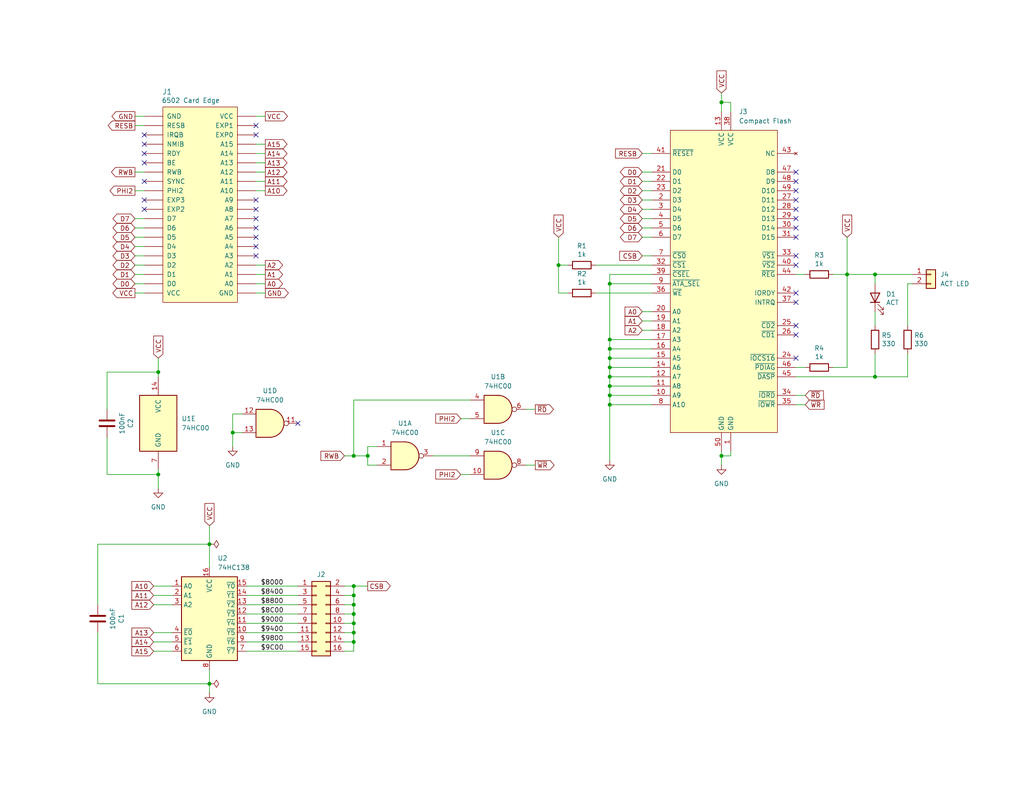
<source format=kicad_sch>
(kicad_sch (version 20250114) (generator "eeschema") (generator_version "9.0")
  (paper "USLetter")
  (title_block (title "6502 Storage Card") (date "2024-06-21") (rev "1.0") (company "A.C. Wright Design"))
  (lib_symbols
    (symbol "6502 Parts:6502 Card Edge" (pin_names (offset 1.016)) (in_bom no)
      (property "Reference" "J" (at -10.16 28.448 0))
      (property "Value" "6502 Card Edge" (at -5.588 26.924 0))
      (symbol "6502 Card Edge_1_0"
        (rectangle (start -10.16 25.4) (end 10.16 -27.94) (fill (type background)))
        (pin power_in line (at -15.24 22.86 0) (length 5.08) (name "GND") (number "GND"))
        (pin bidirectional line (at -15.24 20.32 0) (length 5.08) (name "RESB") (number "RESB"))
        (pin bidirectional line (at -15.24 17.78 0) (length 5.08) (name "IRQB") (number "IRQB"))
        (pin bidirectional line (at -15.24 15.24 0) (length 5.08) (name "NMIB") (number "NMIB"))
        (pin bidirectional line (at -15.24 12.7 0) (length 5.08) (name "RDY") (number "RDY"))
        (pin bidirectional line (at -15.24 10.16 0) (length 5.08) (name "BE") (number "BE"))
        (pin bidirectional line (at -15.24 7.62 0) (length 5.08) (name "RWB") (number "RWB"))
        (pin bidirectional line (at -15.24 5.08 0) (length 5.08) (name "SYNC") (number "SYNC"))
        (pin bidirectional line (at -15.24 2.54 0) (length 5.08) (name "PHI2") (number "PHI2"))
        (pin bidirectional line (at -15.24 0 0) (length 5.08) (name "EXP3") (number "EXP3"))
        (pin bidirectional line (at -15.24 -2.54 0) (length 5.08) (name "EXP2") (number "EXP2"))
        (pin bidirectional line (at -15.24 -5.08 0) (length 5.08) (name "D7") (number "D7"))
        (pin bidirectional line (at -15.24 -7.62 0) (length 5.08) (name "D6") (number "D6"))
        (pin bidirectional line (at -15.24 -10.16 0) (length 5.08) (name "D5") (number "D5"))
        (pin bidirectional line (at -15.24 -12.7 0) (length 5.08) (name "D4") (number "D4"))
        (pin bidirectional line (at -15.24 -15.24 0) (length 5.08) (name "D3") (number "D3"))
        (pin bidirectional line (at -15.24 -17.78 0) (length 5.08) (name "D2") (number "D2"))
        (pin bidirectional line (at -15.24 -20.32 0) (length 5.08) (name "D1") (number "D1"))
        (pin bidirectional line (at -15.24 -22.86 0) (length 5.08) (name "D0") (number "D0"))
        (pin power_in line (at -15.24 -25.4 0) (length 5.08) (name "VCC") (number "VCC"))
        (pin power_in line (at 15.24 22.86 180) (length 5.08) (name "VCC") (number "VCC"))
        (pin bidirectional line (at 15.24 20.32 180) (length 5.08) (name "EXP1") (number "EXP1"))
        (pin bidirectional line (at 15.24 17.78 180) (length 5.08) (name "EXP0") (number "EXP0"))
        (pin bidirectional line (at 15.24 15.24 180) (length 5.08) (name "A15") (number "A15"))
        (pin bidirectional line (at 15.24 12.7 180) (length 5.08) (name "A14") (number "A14"))
        (pin bidirectional line (at 15.24 10.16 180) (length 5.08) (name "A13") (number "A13"))
        (pin bidirectional line (at 15.24 7.62 180) (length 5.08) (name "A12") (number "A12"))
        (pin bidirectional line (at 15.24 5.08 180) (length 5.08) (name "A11") (number "A11"))
        (pin bidirectional line (at 15.24 2.54 180) (length 5.08) (name "A10") (number "A10"))
        (pin bidirectional line (at 15.24 0 180) (length 5.08) (name "A9") (number "A9"))
        (pin bidirectional line (at 15.24 -2.54 180) (length 5.08) (name "A8") (number "A8"))
        (pin bidirectional line (at 15.24 -5.08 180) (length 5.08) (name "A7") (number "A7"))
        (pin bidirectional line (at 15.24 -7.62 180) (length 5.08) (name "A6") (number "A6"))
        (pin bidirectional line (at 15.24 -10.16 180) (length 5.08) (name "A5") (number "A5"))
        (pin bidirectional line (at 15.24 -12.7 180) (length 5.08) (name "A4") (number "A4"))
        (pin bidirectional line (at 15.24 -15.24 180) (length 5.08) (name "A3") (number "A3"))
        (pin bidirectional line (at 15.24 -17.78 180) (length 5.08) (name "A2") (number "A2"))
        (pin bidirectional line (at 15.24 -20.32 180) (length 5.08) (name "A1") (number "A1"))
        (pin bidirectional line (at 15.24 -22.86 180) (length 5.08) (name "A0") (number "A0"))
        (pin power_in line (at 15.24 -25.4 180) (length 5.08) (name "GND") (number "GND"))
      )
    )
    (symbol "6502 Parts:Compact Flash"
      (property "Reference" "J" (at 4.572 42.926 0))
      (property "Value" "Compact Flash" (at 11.176 40.894 0))
      (symbol "Compact Flash_1_0"
        (pin input line (at -20.32 33.02 0) (length 5.08) (name "~{RESET}") (number "41"))
        (pin bidirectional line (at -20.32 27.94 0) (length 5.08) (name "D0") (number "21"))
        (pin bidirectional line (at -20.32 25.4 0) (length 5.08) (name "D1") (number "22"))
        (pin bidirectional line (at -20.32 22.86 0) (length 5.08) (name "D2") (number "23"))
        (pin bidirectional line (at -20.32 20.32 0) (length 5.08) (name "D3") (number "2"))
        (pin bidirectional line (at -20.32 17.78 0) (length 5.08) (name "D4") (number "3"))
        (pin bidirectional line (at -20.32 15.24 0) (length 5.08) (name "D5") (number "4"))
        (pin bidirectional line (at -20.32 12.7 0) (length 5.08) (name "D6") (number "5"))
        (pin bidirectional line (at -20.32 10.16 0) (length 5.08) (name "D7") (number "6"))
        (pin input line (at -20.32 5.08 0) (length 5.08) (name "~{CS0}") (number "7"))
        (pin input line (at -20.32 2.54 0) (length 5.08) (name "~{CS1}") (number "32"))
        (pin input line (at -20.32 0 0) (length 5.08) (name "~{CSEL}") (number "39"))
        (pin input line (at -20.32 -2.54 0) (length 5.08) (name "~{ATA_SEL}") (number "9"))
        (pin input line (at -20.32 -5.08 0) (length 5.08) (name "~{WE}") (number "36"))
        (pin input line (at -20.32 -10.16 0) (length 5.08) (name "A0") (number "20"))
        (pin input line (at -20.32 -12.7 0) (length 5.08) (name "A1") (number "19"))
        (pin input line (at -20.32 -15.24 0) (length 5.08) (name "A2") (number "18"))
        (pin input line (at -20.32 -17.78 0) (length 5.08) (name "A3") (number "17"))
        (pin input line (at -20.32 -20.32 0) (length 5.08) (name "A4") (number "16"))
        (pin input line (at -20.32 -22.86 0) (length 5.08) (name "A5") (number "15"))
        (pin input line (at -20.32 -25.4 0) (length 5.08) (name "A6") (number "14"))
        (pin input line (at -20.32 -27.94 0) (length 5.08) (name "A7") (number "12"))
        (pin input line (at -20.32 -30.48 0) (length 5.08) (name "A8") (number "11"))
        (pin input line (at -20.32 -33.02 0) (length 5.08) (name "A9") (number "10"))
        (pin input line (at -20.32 -35.56 0) (length 5.08) (name "A10") (number "8"))
        (pin power_in line (at -1.27 44.45 270) (length 5.08) (name "VCC") (number "13"))
        (pin power_in line (at -1.27 -48.26 90) (length 5.08) (name "GND") (number "50"))
        (pin power_in line (at 1.27 44.45 270) (length 5.08) (name "VCC") (number "38"))
        (pin power_in line (at 1.27 -48.26 90) (length 5.08) (name "GND") (number "1"))
        (pin no_connect line (at 19.05 33.02 180) (length 5.08) (name "NC") (number "43"))
        (pin bidirectional line (at 19.05 27.94 180) (length 5.08) (name "D8") (number "47"))
        (pin bidirectional line (at 19.05 25.4 180) (length 5.08) (name "D9") (number "48"))
        (pin bidirectional line (at 19.05 22.86 180) (length 5.08) (name "D10") (number "49"))
        (pin bidirectional line (at 19.05 20.32 180) (length 5.08) (name "D11") (number "27"))
        (pin bidirectional line (at 19.05 17.78 180) (length 5.08) (name "D12") (number "28"))
        (pin bidirectional line (at 19.05 15.24 180) (length 5.08) (name "D13") (number "29"))
        (pin bidirectional line (at 19.05 12.7 180) (length 5.08) (name "D14") (number "30"))
        (pin bidirectional line (at 19.05 10.16 180) (length 5.08) (name "D15") (number "31"))
        (pin output line (at 19.05 5.08 180) (length 5.08) (name "~{VS1}") (number "33"))
        (pin input line (at 19.05 2.54 180) (length 5.08) (name "~{VS2}") (number "40"))
        (pin input line (at 19.05 0 180) (length 5.08) (name "~{REG}") (number "44"))
        (pin output line (at 19.05 -5.08 180) (length 5.08) (name "IORDY") (number "42"))
        (pin output line (at 19.05 -7.62 180) (length 5.08) (name "INTRQ") (number "37"))
        (pin output line (at 19.05 -13.97 180) (length 5.08) (name "~{CD2}") (number "25"))
        (pin output line (at 19.05 -16.51 180) (length 5.08) (name "~{CD1}") (number "26"))
        (pin output line (at 19.05 -22.86 180) (length 5.08) (name "~{IOCS16}") (number "24"))
        (pin bidirectional line (at 19.05 -25.4 180) (length 5.08) (name "~{PDIAG}") (number "46"))
        (pin bidirectional line (at 19.05 -27.94 180) (length 5.08) (name "~{DASP}") (number "45"))
        (pin input line (at 19.05 -33.02 180) (length 5.08) (name "~{IORD}") (number "34"))
        (pin input line (at 19.05 -35.56 180) (length 5.08) (name "~{IOWR}") (number "35"))
      )
      (symbol "Compact Flash_1_1"
        (rectangle (start -15.24 39.37) (end 13.97 -43.18) (fill (type background)))
      )
    )
    (symbol "74xx:74HC00" (pin_names (offset 1.016))
      (property "Reference" "U" (at 0 1.27 0))
      (property "Value" "74HC00" (at 0 -1.27 0))
      (symbol "74HC00_1_1"
        (arc (start 0 3.81) (mid 3.7934 0) (end 0 -3.81) (stroke (width 0.254)) (fill (type background)))
        (polyline (pts (xy 0 3.81) (xy -3.81 3.81) (xy -3.81 -3.81) (xy 0 -3.81)) (stroke (width 0.254)) (fill (type background)))
        (pin input line (at -7.62 2.54 0) (length 3.81) (name "~") (number "1"))
        (pin input line (at -7.62 -2.54 0) (length 3.81) (name "~") (number "2"))
        (pin output inverted (at 7.62 0 180) (length 3.81) (name "~") (number "3"))
      )
      (symbol "74HC00_1_2"
        (arc (start -3.81 3.81) (mid -2.589 0) (end -3.81 -3.81) (stroke (width 0.254)))
        (polyline (pts (xy -3.81 3.81) (xy -0.635 3.81)) (stroke (width 0.254)) (fill (type background)))
        (polyline (pts (xy -3.81 -3.81) (xy -0.635 -3.81)) (stroke (width 0.254)) (fill (type background)))
        (arc (start 3.81 0) (mid 2.1855 -2.584) (end -0.6096 -3.81) (stroke (width 0.254)) (fill (type background)))
        (arc (start -0.6096 3.81) (mid 2.1928 2.5924) (end 3.81 0) (stroke (width 0.254)) (fill (type background)))
        (polyline (pts (xy -0.635 3.81) (xy -3.81 3.81) (xy -3.81 3.81) (xy -3.556 3.4036) (xy -3.0226 2.2606) (xy -2.6924 1.0414) (xy -2.6162 -0.254) (xy -2.7686 -1.4986) (xy -3.175 -2.7178) (xy -3.81 -3.81) (xy -3.81 -3.81) (xy -0.635 -3.81)) (stroke (width -25.4)) (fill (type background)))
        (pin input inverted (at -7.62 2.54 0) (length 4.318) (name "~") (number "1"))
        (pin input inverted (at -7.62 -2.54 0) (length 4.318) (name "~") (number "2"))
        (pin output line (at 7.62 0 180) (length 3.81) (name "~") (number "3"))
      )
      (symbol "74HC00_2_1"
        (arc (start 0 3.81) (mid 3.7934 0) (end 0 -3.81) (stroke (width 0.254)) (fill (type background)))
        (polyline (pts (xy 0 3.81) (xy -3.81 3.81) (xy -3.81 -3.81) (xy 0 -3.81)) (stroke (width 0.254)) (fill (type background)))
        (pin input line (at -7.62 2.54 0) (length 3.81) (name "~") (number "4"))
        (pin input line (at -7.62 -2.54 0) (length 3.81) (name "~") (number "5"))
        (pin output inverted (at 7.62 0 180) (length 3.81) (name "~") (number "6"))
      )
      (symbol "74HC00_2_2"
        (arc (start -3.81 3.81) (mid -2.589 0) (end -3.81 -3.81) (stroke (width 0.254)))
        (polyline (pts (xy -3.81 3.81) (xy -0.635 3.81)) (stroke (width 0.254)) (fill (type background)))
        (polyline (pts (xy -3.81 -3.81) (xy -0.635 -3.81)) (stroke (width 0.254)) (fill (type background)))
        (arc (start 3.81 0) (mid 2.1855 -2.584) (end -0.6096 -3.81) (stroke (width 0.254)) (fill (type background)))
        (arc (start -0.6096 3.81) (mid 2.1928 2.5924) (end 3.81 0) (stroke (width 0.254)) (fill (type background)))
        (polyline (pts (xy -0.635 3.81) (xy -3.81 3.81) (xy -3.81 3.81) (xy -3.556 3.4036) (xy -3.0226 2.2606) (xy -2.6924 1.0414) (xy -2.6162 -0.254) (xy -2.7686 -1.4986) (xy -3.175 -2.7178) (xy -3.81 -3.81) (xy -3.81 -3.81) (xy -0.635 -3.81)) (stroke (width -25.4)) (fill (type background)))
        (pin input inverted (at -7.62 2.54 0) (length 4.318) (name "~") (number "4"))
        (pin input inverted (at -7.62 -2.54 0) (length 4.318) (name "~") (number "5"))
        (pin output line (at 7.62 0 180) (length 3.81) (name "~") (number "6"))
      )
      (symbol "74HC00_3_1"
        (arc (start 0 3.81) (mid 3.7934 0) (end 0 -3.81) (stroke (width 0.254)) (fill (type background)))
        (polyline (pts (xy 0 3.81) (xy -3.81 3.81) (xy -3.81 -3.81) (xy 0 -3.81)) (stroke (width 0.254)) (fill (type background)))
        (pin input line (at -7.62 2.54 0) (length 3.81) (name "~") (number "9"))
        (pin input line (at -7.62 -2.54 0) (length 3.81) (name "~") (number "10"))
        (pin output inverted (at 7.62 0 180) (length 3.81) (name "~") (number "8"))
      )
      (symbol "74HC00_3_2"
        (arc (start -3.81 3.81) (mid -2.589 0) (end -3.81 -3.81) (stroke (width 0.254)))
        (polyline (pts (xy -3.81 3.81) (xy -0.635 3.81)) (stroke (width 0.254)) (fill (type background)))
        (polyline (pts (xy -3.81 -3.81) (xy -0.635 -3.81)) (stroke (width 0.254)) (fill (type background)))
        (arc (start 3.81 0) (mid 2.1855 -2.584) (end -0.6096 -3.81) (stroke (width 0.254)) (fill (type background)))
        (arc (start -0.6096 3.81) (mid 2.1928 2.5924) (end 3.81 0) (stroke (width 0.254)) (fill (type background)))
        (polyline (pts (xy -0.635 3.81) (xy -3.81 3.81) (xy -3.81 3.81) (xy -3.556 3.4036) (xy -3.0226 2.2606) (xy -2.6924 1.0414) (xy -2.6162 -0.254) (xy -2.7686 -1.4986) (xy -3.175 -2.7178) (xy -3.81 -3.81) (xy -3.81 -3.81) (xy -0.635 -3.81)) (stroke (width -25.4)) (fill (type background)))
        (pin input inverted (at -7.62 2.54 0) (length 4.318) (name "~") (number "9"))
        (pin input inverted (at -7.62 -2.54 0) (length 4.318) (name "~") (number "10"))
        (pin output line (at 7.62 0 180) (length 3.81) (name "~") (number "8"))
      )
      (symbol "74HC00_4_1"
        (arc (start 0 3.81) (mid 3.7934 0) (end 0 -3.81) (stroke (width 0.254)) (fill (type background)))
        (polyline (pts (xy 0 3.81) (xy -3.81 3.81) (xy -3.81 -3.81) (xy 0 -3.81)) (stroke (width 0.254)) (fill (type background)))
        (pin input line (at -7.62 2.54 0) (length 3.81) (name "~") (number "12"))
        (pin input line (at -7.62 -2.54 0) (length 3.81) (name "~") (number "13"))
        (pin output inverted (at 7.62 0 180) (length 3.81) (name "~") (number "11"))
      )
      (symbol "74HC00_4_2"
        (arc (start -3.81 3.81) (mid -2.589 0) (end -3.81 -3.81) (stroke (width 0.254)))
        (polyline (pts (xy -3.81 3.81) (xy -0.635 3.81)) (stroke (width 0.254)) (fill (type background)))
        (polyline (pts (xy -3.81 -3.81) (xy -0.635 -3.81)) (stroke (width 0.254)) (fill (type background)))
        (arc (start 3.81 0) (mid 2.1855 -2.584) (end -0.6096 -3.81) (stroke (width 0.254)) (fill (type background)))
        (arc (start -0.6096 3.81) (mid 2.1928 2.5924) (end 3.81 0) (stroke (width 0.254)) (fill (type background)))
        (polyline (pts (xy -0.635 3.81) (xy -3.81 3.81) (xy -3.81 3.81) (xy -3.556 3.4036) (xy -3.0226 2.2606) (xy -2.6924 1.0414) (xy -2.6162 -0.254) (xy -2.7686 -1.4986) (xy -3.175 -2.7178) (xy -3.81 -3.81) (xy -3.81 -3.81) (xy -0.635 -3.81)) (stroke (width -25.4)) (fill (type background)))
        (pin input inverted (at -7.62 2.54 0) (length 4.318) (name "~") (number "12"))
        (pin input inverted (at -7.62 -2.54 0) (length 4.318) (name "~") (number "13"))
        (pin output line (at 7.62 0 180) (length 3.81) (name "~") (number "11"))
      )
      (symbol "74HC00_5_0"
        (pin power_in line (at 0 12.7 270) (length 5.08) (name "VCC") (number "14"))
        (pin power_in line (at 0 -12.7 90) (length 5.08) (name "GND") (number "7"))
      )
      (symbol "74HC00_5_1"
        (rectangle (start -5.08 7.62) (end 5.08 -7.62) (stroke (width 0.254)) (fill (type background)))
      )
    )
    (symbol "74xx:74HC138"
      (property "Reference" "U" (at -7.62 13.97 0))
      (property "Value" "74HC138" (at 2.54 -11.43 0))
      (symbol "74HC138_0_1"
        (rectangle (start -7.62 12.7) (end 7.62 -10.16) (stroke (width 0.254)) (fill (type background)))
      )
      (symbol "74HC138_1_1"
        (pin input line (at -10.16 10.16 0) (length 2.54) (name "A0") (number "1"))
        (pin input line (at -10.16 7.62 0) (length 2.54) (name "A1") (number "2"))
        (pin input line (at -10.16 5.08 0) (length 2.54) (name "A2") (number "3"))
        (pin input line (at -10.16 -2.54 0) (length 2.54) (name "~{E0}") (number "4"))
        (pin input line (at -10.16 -5.08 0) (length 2.54) (name "~{E1}") (number "5"))
        (pin input line (at -10.16 -7.62 0) (length 2.54) (name "E2") (number "6"))
        (pin power_in line (at 0 15.24 270) (length 2.54) (name "VCC") (number "16"))
        (pin power_in line (at 0 -12.7 90) (length 2.54) (name "GND") (number "8"))
        (pin output line (at 10.16 10.16 180) (length 2.54) (name "~{Y0}") (number "15"))
        (pin output line (at 10.16 7.62 180) (length 2.54) (name "~{Y1}") (number "14"))
        (pin output line (at 10.16 5.08 180) (length 2.54) (name "~{Y2}") (number "13"))
        (pin output line (at 10.16 2.54 180) (length 2.54) (name "~{Y3}") (number "12"))
        (pin output line (at 10.16 0 180) (length 2.54) (name "~{Y4}") (number "11"))
        (pin output line (at 10.16 -2.54 180) (length 2.54) (name "~{Y5}") (number "10"))
        (pin output line (at 10.16 -5.08 180) (length 2.54) (name "~{Y6}") (number "9"))
        (pin output line (at 10.16 -7.62 180) (length 2.54) (name "~{Y7}") (number "7"))
      )
    )
    (symbol "Connector_Generic:Conn_01x02" (pin_names (offset 1.016) (hide yes))
      (property "Reference" "J" (at 0 2.54 0))
      (property "Value" "Conn_01x02" (at 0 -5.08 0))
      (symbol "Conn_01x02_1_1"
        (rectangle (start -1.27 1.27) (end 1.27 -3.81) (stroke (width 0.254)) (fill (type background)))
        (rectangle (start -1.27 0.127) (end 0 -0.127) (stroke (width 0.1524)))
        (rectangle (start -1.27 -2.413) (end 0 -2.667) (stroke (width 0.1524)))
        (pin passive line (at -5.08 0 0) (length 3.81) (name "Pin_1") (number "1"))
        (pin passive line (at -5.08 -2.54 0) (length 3.81) (name "Pin_2") (number "2"))
      )
    )
    (symbol "Connector_Generic:Conn_02x08_Odd_Even" (pin_names (offset 1.016) (hide yes))
      (property "Reference" "J" (at 1.27 10.16 0))
      (property "Value" "Conn_02x08_Odd_Even" (at 1.27 -12.7 0))
      (symbol "Conn_02x08_Odd_Even_1_1"
        (rectangle (start -1.27 8.89) (end 3.81 -11.43) (stroke (width 0.254)) (fill (type background)))
        (rectangle (start -1.27 7.747) (end 0 7.493) (stroke (width 0.1524)))
        (rectangle (start -1.27 5.207) (end 0 4.953) (stroke (width 0.1524)))
        (rectangle (start -1.27 2.667) (end 0 2.413) (stroke (width 0.1524)))
        (rectangle (start -1.27 0.127) (end 0 -0.127) (stroke (width 0.1524)))
        (rectangle (start -1.27 -2.413) (end 0 -2.667) (stroke (width 0.1524)))
        (rectangle (start -1.27 -4.953) (end 0 -5.207) (stroke (width 0.1524)))
        (rectangle (start -1.27 -7.493) (end 0 -7.747) (stroke (width 0.1524)))
        (rectangle (start -1.27 -10.033) (end 0 -10.287) (stroke (width 0.1524)))
        (rectangle (start 3.81 7.747) (end 2.54 7.493) (stroke (width 0.1524)))
        (rectangle (start 3.81 5.207) (end 2.54 4.953) (stroke (width 0.1524)))
        (rectangle (start 3.81 2.667) (end 2.54 2.413) (stroke (width 0.1524)))
        (rectangle (start 3.81 0.127) (end 2.54 -0.127) (stroke (width 0.1524)))
        (rectangle (start 3.81 -2.413) (end 2.54 -2.667) (stroke (width 0.1524)))
        (rectangle (start 3.81 -4.953) (end 2.54 -5.207) (stroke (width 0.1524)))
        (rectangle (start 3.81 -7.493) (end 2.54 -7.747) (stroke (width 0.1524)))
        (rectangle (start 3.81 -10.033) (end 2.54 -10.287) (stroke (width 0.1524)))
        (pin passive line (at -5.08 7.62 0) (length 3.81) (name "Pin_1") (number "1"))
        (pin passive line (at -5.08 5.08 0) (length 3.81) (name "Pin_3") (number "3"))
        (pin passive line (at -5.08 2.54 0) (length 3.81) (name "Pin_5") (number "5"))
        (pin passive line (at -5.08 0 0) (length 3.81) (name "Pin_7") (number "7"))
        (pin passive line (at -5.08 -2.54 0) (length 3.81) (name "Pin_9") (number "9"))
        (pin passive line (at -5.08 -5.08 0) (length 3.81) (name "Pin_11") (number "11"))
        (pin passive line (at -5.08 -7.62 0) (length 3.81) (name "Pin_13") (number "13"))
        (pin passive line (at -5.08 -10.16 0) (length 3.81) (name "Pin_15") (number "15"))
        (pin passive line (at 7.62 7.62 180) (length 3.81) (name "Pin_2") (number "2"))
        (pin passive line (at 7.62 5.08 180) (length 3.81) (name "Pin_4") (number "4"))
        (pin passive line (at 7.62 2.54 180) (length 3.81) (name "Pin_6") (number "6"))
        (pin passive line (at 7.62 0 180) (length 3.81) (name "Pin_8") (number "8"))
        (pin passive line (at 7.62 -2.54 180) (length 3.81) (name "Pin_10") (number "10"))
        (pin passive line (at 7.62 -5.08 180) (length 3.81) (name "Pin_12") (number "12"))
        (pin passive line (at 7.62 -7.62 180) (length 3.81) (name "Pin_14") (number "14"))
        (pin passive line (at 7.62 -10.16 180) (length 3.81) (name "Pin_16") (number "16"))
      )
    )
    (symbol "Device:C" (pin_numbers (hide yes)) (pin_names (offset 0.254))
      (property "Reference" "C" (at 0.635 2.54 0))
      (property "Value" "C" (at 0.635 -2.54 0))
      (symbol "C_0_1"
        (polyline (pts (xy -2.032 0.762) (xy 2.032 0.762)) (stroke (width 0.508)))
        (polyline (pts (xy -2.032 -0.762) (xy 2.032 -0.762)) (stroke (width 0.508)))
      )
      (symbol "C_1_1"
        (pin passive line (at 0 3.81 270) (length 2.794) (name "~") (number "1"))
        (pin passive line (at 0 -3.81 90) (length 2.794) (name "~") (number "2"))
      )
    )
    (symbol "Device:LED" (pin_numbers (hide yes)) (pin_names (offset 1.016) (hide yes))
      (property "Reference" "D" (at 0 2.54 0))
      (property "Value" "LED" (at 0 -2.54 0))
      (symbol "LED_0_1"
        (polyline (pts (xy -3.048 -0.762) (xy -4.572 -2.286) (xy -3.81 -2.286) (xy -4.572 -2.286) (xy -4.572 -1.524)))
        (polyline (pts (xy -1.778 -0.762) (xy -3.302 -2.286) (xy -2.54 -2.286) (xy -3.302 -2.286) (xy -3.302 -1.524)))
        (polyline (pts (xy -1.27 0) (xy 1.27 0)))
        (polyline (pts (xy -1.27 -1.27) (xy -1.27 1.27)) (stroke (width 0.254)))
        (polyline (pts (xy 1.27 -1.27) (xy 1.27 1.27) (xy -1.27 0) (xy 1.27 -1.27)) (stroke (width 0.254)))
      )
      (symbol "LED_1_1"
        (pin passive line (at -3.81 0 0) (length 2.54) (name "K") (number "1"))
        (pin passive line (at 3.81 0 180) (length 2.54) (name "A") (number "2"))
      )
    )
    (symbol "Device:R" (pin_numbers (hide yes)) (pin_names (offset 0))
      (property "Reference" "R" (at 2.032 0 90))
      (property "Value" "R" (at 0 0 90))
      (symbol "R_0_1"
        (rectangle (start -1.016 -2.54) (end 1.016 2.54) (stroke (width 0.254)))
      )
      (symbol "R_1_1"
        (pin passive line (at 0 3.81 270) (length 1.27) (name "~") (number "1"))
        (pin passive line (at 0 -3.81 90) (length 1.27) (name "~") (number "2"))
      )
    )
    (symbol "power:GND" (power) (pin_numbers (hide yes)) (pin_names (offset 0) (hide yes))
      (property "Value" "GND" (at 0 -3.81 0))
      (symbol "GND_0_1"
        (polyline (pts (xy 0 0) (xy 0 -1.27) (xy 1.27 -1.27) (xy 0 -2.54) (xy -1.27 -1.27) (xy 0 -1.27)))
      )
      (symbol "GND_1_1"
        (pin power_in line (at 0 0 270) (length 0) (name "~") (number "1"))
      )
    )
    (symbol "power:PWR_FLAG" (power) (pin_numbers (hide yes)) (pin_names (offset 0) (hide yes))
      (property "Value" "PWR_FLAG" (at 0 3.81 0))
      (symbol "PWR_FLAG_0_0"
        (pin power_out line (at 0 0 90) (length 0) (name "~") (number "1"))
      )
      (symbol "PWR_FLAG_0_1"
        (polyline (pts (xy 0 0) (xy 0 1.27) (xy -1.016 1.905) (xy 0 2.54) (xy 1.016 1.905) (xy 0 1.27)))
      )
    )
  )
  (junction (at 166.37 107.95))
  (junction (at 238.76 74.93))
  (junction (at 166.37 92.71))
  (junction (at 43.18 101.6))
  (junction (at 166.37 100.33))
  (junction (at 166.37 95.25))
  (junction (at 96.52 162.56))
  (junction (at 238.76 102.87))
  (junction (at 96.52 160.02))
  (junction (at 166.37 77.47))
  (junction (at 196.85 27.94))
  (junction (at 57.15 186.69))
  (junction (at 152.4 72.39))
  (junction (at 96.52 170.18))
  (junction (at 231.14 74.93))
  (junction (at 96.52 165.1))
  (junction (at 96.52 167.64))
  (junction (at 166.37 110.49))
  (junction (at 43.18 129.54))
  (junction (at 166.37 102.87))
  (junction (at 166.37 97.79))
  (junction (at 57.15 148.59))
  (junction (at 96.52 175.26))
  (junction (at 96.52 172.72))
  (junction (at 100.33 124.46))
  (junction (at 166.37 105.41))
  (junction (at 96.52 124.46))
  (junction (at 63.5 118.11))
  (junction (at 196.85 124.46))
  (no_connect (at 69.85 36.83))
  (no_connect (at 39.37 39.37))
  (no_connect (at 217.17 46.99))
  (no_connect (at 39.37 36.83))
  (no_connect (at 69.85 69.85))
  (no_connect (at 217.17 88.9))
  (no_connect (at 217.17 69.85))
  (no_connect (at 69.85 59.69))
  (no_connect (at 217.17 49.53))
  (no_connect (at 217.17 59.69))
  (no_connect (at 39.37 49.53))
  (no_connect (at 217.17 54.61))
  (no_connect (at 217.17 62.23))
  (no_connect (at 39.37 41.91))
  (no_connect (at 217.17 91.44))
  (no_connect (at 217.17 72.39))
  (no_connect (at 217.17 57.15))
  (no_connect (at 217.17 80.01))
  (no_connect (at 69.85 64.77))
  (no_connect (at 217.17 52.07))
  (no_connect (at 217.17 97.79))
  (no_connect (at 81.28 115.57))
  (no_connect (at 39.37 57.15))
  (no_connect (at 69.85 54.61))
  (no_connect (at 217.17 82.55))
  (no_connect (at 69.85 34.29))
  (no_connect (at 39.37 54.61))
  (no_connect (at 69.85 67.31))
  (no_connect (at 69.85 62.23))
  (no_connect (at 217.17 64.77))
  (no_connect (at 39.37 44.45))
  (no_connect (at 69.85 57.15))
  (wire (pts (xy 69.85 72.39) (xy 72.39 72.39)))
  (wire (pts (xy 175.26 87.63) (xy 177.8 87.63)))
  (wire (pts (xy 227.33 74.93) (xy 231.14 74.93)))
  (wire (pts (xy 143.51 127) (xy 146.05 127)))
  (wire (pts (xy 96.52 167.64) (xy 93.98 167.64)))
  (wire (pts (xy 36.83 52.07) (xy 39.37 52.07)))
  (wire (pts (xy 36.83 31.75) (xy 39.37 31.75)))
  (wire (pts (xy 36.83 74.93) (xy 39.37 74.93)))
  (wire (pts (xy 43.18 128.27) (xy 43.18 129.54)))
  (wire (pts (xy 41.91 175.26) (xy 46.99 175.26)))
  (wire (pts (xy 36.83 69.85) (xy 39.37 69.85)))
  (wire (pts (xy 36.83 34.29) (xy 39.37 34.29)))
  (wire (pts (xy 166.37 110.49) (xy 166.37 125.73)))
  (wire (pts (xy 199.39 124.46) (xy 196.85 124.46)))
  (wire (pts (xy 41.91 162.56) (xy 46.99 162.56)))
  (wire (pts (xy 248.92 77.47) (xy 247.65 77.47)))
  (wire (pts (xy 36.83 77.47) (xy 39.37 77.47)))
  (wire (pts (xy 238.76 102.87) (xy 217.17 102.87)))
  (wire (pts (xy 125.73 129.54) (xy 128.27 129.54)))
  (wire (pts (xy 67.31 162.56) (xy 81.28 162.56)))
  (wire (pts (xy 175.26 46.99) (xy 177.8 46.99)))
  (wire (pts (xy 100.33 127) (xy 102.87 127)))
  (wire (pts (xy 69.85 77.47) (xy 72.39 77.47)))
  (wire (pts (xy 67.31 177.8) (xy 81.28 177.8)))
  (wire (pts (xy 96.52 175.26) (xy 96.52 172.72)))
  (wire (pts (xy 96.52 172.72) (xy 96.52 170.18)))
  (wire (pts (xy 100.33 124.46) (xy 100.33 127)))
  (wire (pts (xy 96.52 170.18) (xy 93.98 170.18)))
  (wire (pts (xy 199.39 123.19) (xy 199.39 124.46)))
  (wire (pts (xy 166.37 97.79) (xy 166.37 100.33)))
  (wire (pts (xy 36.83 62.23) (xy 39.37 62.23)))
  (wire (pts (xy 175.26 49.53) (xy 177.8 49.53)))
  (wire (pts (xy 196.85 123.19) (xy 196.85 124.46)))
  (wire (pts (xy 196.85 27.94) (xy 196.85 30.48)))
  (wire (pts (xy 166.37 95.25) (xy 166.37 97.79)))
  (wire (pts (xy 231.14 64.77) (xy 231.14 74.93)))
  (wire (pts (xy 166.37 92.71) (xy 166.37 95.25)))
  (wire (pts (xy 69.85 80.01) (xy 72.39 80.01)))
  (wire (pts (xy 43.18 97.79) (xy 43.18 101.6)))
  (wire (pts (xy 63.5 118.11) (xy 63.5 121.92)))
  (wire (pts (xy 26.67 148.59) (xy 26.67 165.1)))
  (wire (pts (xy 196.85 124.46) (xy 196.85 127)))
  (wire (pts (xy 67.31 175.26) (xy 81.28 175.26)))
  (wire (pts (xy 166.37 92.71) (xy 177.8 92.71)))
  (wire (pts (xy 166.37 74.93) (xy 166.37 77.47)))
  (wire (pts (xy 69.85 31.75) (xy 72.39 31.75)))
  (wire (pts (xy 41.91 177.8) (xy 46.99 177.8)))
  (wire (pts (xy 100.33 121.92) (xy 100.33 124.46)))
  (wire (pts (xy 175.26 85.09) (xy 177.8 85.09)))
  (wire (pts (xy 247.65 102.87) (xy 238.76 102.87)))
  (wire (pts (xy 36.83 64.77) (xy 39.37 64.77)))
  (wire (pts (xy 238.76 74.93) (xy 231.14 74.93)))
  (wire (pts (xy 238.76 96.52) (xy 238.76 102.87)))
  (wire (pts (xy 57.15 148.59) (xy 57.15 154.94)))
  (wire (pts (xy 69.85 39.37) (xy 72.39 39.37)))
  (wire (pts (xy 67.31 160.02) (xy 81.28 160.02)))
  (wire (pts (xy 41.91 160.02) (xy 46.99 160.02)))
  (wire (pts (xy 175.26 41.91) (xy 177.8 41.91)))
  (wire (pts (xy 162.56 80.01) (xy 177.8 80.01)))
  (wire (pts (xy 175.26 69.85) (xy 177.8 69.85)))
  (wire (pts (xy 63.5 118.11) (xy 66.04 118.11)))
  (wire (pts (xy 69.85 46.99) (xy 72.39 46.99)))
  (wire (pts (xy 152.4 72.39) (xy 154.94 72.39)))
  (wire (pts (xy 166.37 100.33) (xy 166.37 102.87)))
  (wire (pts (xy 231.14 74.93) (xy 231.14 100.33)))
  (wire (pts (xy 152.4 80.01) (xy 154.94 80.01)))
  (wire (pts (xy 175.26 64.77) (xy 177.8 64.77)))
  (wire (pts (xy 177.8 74.93) (xy 166.37 74.93)))
  (wire (pts (xy 43.18 129.54) (xy 43.18 133.35)))
  (wire (pts (xy 166.37 77.47) (xy 166.37 92.71)))
  (wire (pts (xy 69.85 49.53) (xy 72.39 49.53)))
  (wire (pts (xy 166.37 110.49) (xy 177.8 110.49)))
  (wire (pts (xy 69.85 44.45) (xy 72.39 44.45)))
  (wire (pts (xy 26.67 186.69) (xy 26.67 172.72)))
  (wire (pts (xy 166.37 107.95) (xy 177.8 107.95)))
  (wire (pts (xy 166.37 102.87) (xy 177.8 102.87)))
  (wire (pts (xy 57.15 186.69) (xy 57.15 189.23)))
  (wire (pts (xy 175.26 52.07) (xy 177.8 52.07)))
  (wire (pts (xy 36.83 46.99) (xy 39.37 46.99)))
  (wire (pts (xy 152.4 64.77) (xy 152.4 72.39)))
  (wire (pts (xy 96.52 124.46) (xy 100.33 124.46)))
  (wire (pts (xy 217.17 74.93) (xy 219.71 74.93)))
  (wire (pts (xy 166.37 105.41) (xy 177.8 105.41)))
  (wire (pts (xy 217.17 110.49) (xy 219.71 110.49)))
  (wire (pts (xy 69.85 52.07) (xy 72.39 52.07)))
  (wire (pts (xy 196.85 25.4) (xy 196.85 27.94)))
  (wire (pts (xy 67.31 167.64) (xy 81.28 167.64)))
  (wire (pts (xy 67.31 170.18) (xy 81.28 170.18)))
  (wire (pts (xy 166.37 95.25) (xy 177.8 95.25)))
  (wire (pts (xy 247.65 96.52) (xy 247.65 102.87)))
  (wire (pts (xy 231.14 100.33) (xy 227.33 100.33)))
  (wire (pts (xy 96.52 162.56) (xy 96.52 160.02)))
  (wire (pts (xy 67.31 172.72) (xy 81.28 172.72)))
  (wire (pts (xy 57.15 148.59) (xy 57.15 143.51)))
  (wire (pts (xy 96.52 160.02) (xy 100.33 160.02)))
  (wire (pts (xy 26.67 186.69) (xy 57.15 186.69)))
  (wire (pts (xy 41.91 165.1) (xy 46.99 165.1)))
  (wire (pts (xy 96.52 109.22) (xy 96.52 124.46)))
  (wire (pts (xy 93.98 165.1) (xy 96.52 165.1)))
  (wire (pts (xy 118.11 124.46) (xy 128.27 124.46)))
  (wire (pts (xy 29.21 129.54) (xy 43.18 129.54)))
  (wire (pts (xy 63.5 113.03) (xy 63.5 118.11)))
  (wire (pts (xy 166.37 102.87) (xy 166.37 105.41)))
  (wire (pts (xy 41.91 172.72) (xy 46.99 172.72)))
  (wire (pts (xy 67.31 165.1) (xy 81.28 165.1)))
  (wire (pts (xy 36.83 80.01) (xy 39.37 80.01)))
  (wire (pts (xy 175.26 57.15) (xy 177.8 57.15)))
  (wire (pts (xy 143.51 111.76) (xy 146.05 111.76)))
  (wire (pts (xy 96.52 177.8) (xy 96.52 175.26)))
  (wire (pts (xy 217.17 100.33) (xy 219.71 100.33)))
  (wire (pts (xy 175.26 54.61) (xy 177.8 54.61)))
  (wire (pts (xy 162.56 72.39) (xy 177.8 72.39)))
  (wire (pts (xy 43.18 101.6) (xy 43.18 102.87)))
  (wire (pts (xy 66.04 113.03) (xy 63.5 113.03)))
  (wire (pts (xy 199.39 30.48) (xy 199.39 27.94)))
  (wire (pts (xy 96.52 162.56) (xy 93.98 162.56)))
  (wire (pts (xy 29.21 101.6) (xy 43.18 101.6)))
  (wire (pts (xy 96.52 170.18) (xy 96.52 167.64)))
  (wire (pts (xy 93.98 124.46) (xy 96.52 124.46)))
  (wire (pts (xy 96.52 167.64) (xy 96.52 165.1)))
  (wire (pts (xy 96.52 172.72) (xy 93.98 172.72)))
  (wire (pts (xy 166.37 97.79) (xy 177.8 97.79)))
  (wire (pts (xy 238.76 77.47) (xy 238.76 74.93)))
  (wire (pts (xy 166.37 77.47) (xy 177.8 77.47)))
  (wire (pts (xy 166.37 105.41) (xy 166.37 107.95)))
  (wire (pts (xy 238.76 85.09) (xy 238.76 88.9)))
  (wire (pts (xy 36.83 72.39) (xy 39.37 72.39)))
  (wire (pts (xy 125.73 114.3) (xy 128.27 114.3)))
  (wire (pts (xy 93.98 160.02) (xy 96.52 160.02)))
  (wire (pts (xy 199.39 27.94) (xy 196.85 27.94)))
  (wire (pts (xy 175.26 59.69) (xy 177.8 59.69)))
  (wire (pts (xy 175.26 90.17) (xy 177.8 90.17)))
  (wire (pts (xy 69.85 74.93) (xy 72.39 74.93)))
  (wire (pts (xy 29.21 111.76) (xy 29.21 101.6)))
  (wire (pts (xy 128.27 109.22) (xy 96.52 109.22)))
  (wire (pts (xy 57.15 148.59) (xy 26.67 148.59)))
  (wire (pts (xy 238.76 74.93) (xy 248.92 74.93)))
  (wire (pts (xy 247.65 77.47) (xy 247.65 88.9)))
  (wire (pts (xy 69.85 41.91) (xy 72.39 41.91)))
  (wire (pts (xy 102.87 121.92) (xy 100.33 121.92)))
  (wire (pts (xy 96.52 165.1) (xy 96.52 162.56)))
  (wire (pts (xy 29.21 119.38) (xy 29.21 129.54)))
  (wire (pts (xy 57.15 182.88) (xy 57.15 186.69)))
  (wire (pts (xy 152.4 72.39) (xy 152.4 80.01)))
  (wire (pts (xy 96.52 175.26) (xy 93.98 175.26)))
  (wire (pts (xy 175.26 62.23) (xy 177.8 62.23)))
  (wire (pts (xy 217.17 107.95) (xy 219.71 107.95)))
  (wire (pts (xy 36.83 67.31) (xy 39.37 67.31)))
  (wire (pts (xy 36.83 59.69) (xy 39.37 59.69)))
  (wire (pts (xy 93.98 177.8) (xy 96.52 177.8)))
  (wire (pts (xy 166.37 107.95) (xy 166.37 110.49)))
  (wire (pts (xy 166.37 100.33) (xy 177.8 100.33)))
  (label "$8000" (at 71.12 160.02 0))
  (label "$9C00" (at 71.12 177.8 0))
  (label "$9400" (at 71.12 172.72 0))
  (label "$8400" (at 71.12 162.56 0))
  (label "$8C00" (at 71.12 167.64 0))
  (label "$9800" (at 71.12 175.26 0))
  (label "$8800" (at 71.12 165.1 0))
  (label "$9000" (at 71.12 170.18 0))
  (global_label "D6" (shape bidirectional) (at 175.26 62.23 180) (property "Intersheetrefs" "${INTERSHEET_REFS}" (effects (hide yes))))
  (global_label "RWB" (shape input) (at 93.98 124.46 180) (property "Intersheetrefs" "${INTERSHEET_REFS}" (effects (hide yes))))
  (global_label "CSB" (shape output) (at 100.33 160.02 0) (property "Intersheetrefs" "${INTERSHEET_REFS}" (effects (hide yes))))
  (global_label "VCC" (shape input) (at 57.15 143.51 90) (property "Intersheetrefs" "${INTERSHEET_REFS}" (effects (hide yes))))
  (global_label "~{WR}" (shape input) (at 219.71 110.49 0) (property "Intersheetrefs" "${INTERSHEET_REFS}" (effects (hide yes))))
  (global_label "~{WR}" (shape output) (at 146.05 127 0) (property "Intersheetrefs" "${INTERSHEET_REFS}" (effects (hide yes))))
  (global_label "D7" (shape bidirectional) (at 175.26 64.77 180) (property "Intersheetrefs" "${INTERSHEET_REFS}" (effects (hide yes))))
  (global_label "A12" (shape output) (at 72.39 46.99 0) (property "Intersheetrefs" "${INTERSHEET_REFS}" (effects (hide yes))))
  (global_label "D1" (shape bidirectional) (at 175.26 49.53 180) (property "Intersheetrefs" "${INTERSHEET_REFS}" (effects (hide yes))))
  (global_label "PHI2" (shape input) (at 125.73 114.3 180) (property "Intersheetrefs" "${INTERSHEET_REFS}" (effects (hide yes))))
  (global_label "D2" (shape bidirectional) (at 175.26 52.07 180) (property "Intersheetrefs" "${INTERSHEET_REFS}" (effects (hide yes))))
  (global_label "A11" (shape output) (at 72.39 49.53 0) (property "Intersheetrefs" "${INTERSHEET_REFS}" (effects (hide yes))))
  (global_label "A12" (shape input) (at 41.91 165.1 180) (property "Intersheetrefs" "${INTERSHEET_REFS}" (effects (hide yes))))
  (global_label "GND" (shape output) (at 36.83 31.75 180) (property "Intersheetrefs" "${INTERSHEET_REFS}" (effects (hide yes))))
  (global_label "D4" (shape bidirectional) (at 175.26 57.15 180) (property "Intersheetrefs" "${INTERSHEET_REFS}" (effects (hide yes))))
  (global_label "A15" (shape input) (at 41.91 177.8 180) (property "Intersheetrefs" "${INTERSHEET_REFS}" (effects (hide yes))))
  (global_label "A13" (shape input) (at 41.91 172.72 180) (property "Intersheetrefs" "${INTERSHEET_REFS}" (effects (hide yes))))
  (global_label "~{RD}" (shape output) (at 146.05 111.76 0) (property "Intersheetrefs" "${INTERSHEET_REFS}" (effects (hide yes))))
  (global_label "A14" (shape output) (at 72.39 41.91 0) (property "Intersheetrefs" "${INTERSHEET_REFS}" (effects (hide yes))))
  (global_label "D3" (shape bidirectional) (at 36.83 69.85 180) (property "Intersheetrefs" "${INTERSHEET_REFS}" (effects (hide yes))))
  (global_label "D4" (shape bidirectional) (at 36.83 67.31 180) (property "Intersheetrefs" "${INTERSHEET_REFS}" (effects (hide yes))))
  (global_label "D6" (shape bidirectional) (at 36.83 62.23 180) (property "Intersheetrefs" "${INTERSHEET_REFS}" (effects (hide yes))))
  (global_label "D0" (shape bidirectional) (at 175.26 46.99 180) (property "Intersheetrefs" "${INTERSHEET_REFS}" (effects (hide yes))))
  (global_label "VCC" (shape input) (at 43.18 97.79 90) (property "Intersheetrefs" "${INTERSHEET_REFS}" (effects (hide yes))))
  (global_label "D0" (shape bidirectional) (at 36.83 77.47 180) (property "Intersheetrefs" "${INTERSHEET_REFS}" (effects (hide yes))))
  (global_label "VCC" (shape input) (at 152.4 64.77 90) (property "Intersheetrefs" "${INTERSHEET_REFS}" (effects (hide yes))))
  (global_label "D3" (shape bidirectional) (at 175.26 54.61 180) (property "Intersheetrefs" "${INTERSHEET_REFS}" (effects (hide yes))))
  (global_label "D2" (shape bidirectional) (at 36.83 72.39 180) (property "Intersheetrefs" "${INTERSHEET_REFS}" (effects (hide yes))))
  (global_label "A0" (shape output) (at 72.39 77.47 0) (property "Intersheetrefs" "${INTERSHEET_REFS}" (effects (hide yes))))
  (global_label "A1" (shape input) (at 175.26 87.63 180) (property "Intersheetrefs" "${INTERSHEET_REFS}" (effects (hide yes))))
  (global_label "PHI2" (shape output) (at 36.83 52.07 180) (property "Intersheetrefs" "${INTERSHEET_REFS}" (effects (hide yes))))
  (global_label "A10" (shape output) (at 72.39 52.07 0) (property "Intersheetrefs" "${INTERSHEET_REFS}" (effects (hide yes))))
  (global_label "RESB" (shape input) (at 175.26 41.91 180) (property "Intersheetrefs" "${INTERSHEET_REFS}" (effects (hide yes))))
  (global_label "GND" (shape output) (at 72.39 80.01 0) (property "Intersheetrefs" "${INTERSHEET_REFS}" (effects (hide yes))))
  (global_label "A2" (shape output) (at 72.39 72.39 0) (property "Intersheetrefs" "${INTERSHEET_REFS}" (effects (hide yes))))
  (global_label "A11" (shape input) (at 41.91 162.56 180) (property "Intersheetrefs" "${INTERSHEET_REFS}" (effects (hide yes))))
  (global_label "RWB" (shape output) (at 36.83 46.99 180) (property "Intersheetrefs" "${INTERSHEET_REFS}" (effects (hide yes))))
  (global_label "D7" (shape bidirectional) (at 36.83 59.69 180) (property "Intersheetrefs" "${INTERSHEET_REFS}" (effects (hide yes))))
  (global_label "D1" (shape bidirectional) (at 36.83 74.93 180) (property "Intersheetrefs" "${INTERSHEET_REFS}" (effects (hide yes))))
  (global_label "VCC" (shape input) (at 231.14 64.77 90) (property "Intersheetrefs" "${INTERSHEET_REFS}" (effects (hide yes))))
  (global_label "A1" (shape output) (at 72.39 74.93 0) (property "Intersheetrefs" "${INTERSHEET_REFS}" (effects (hide yes))))
  (global_label "~{RD}" (shape input) (at 219.71 107.95 0) (property "Intersheetrefs" "${INTERSHEET_REFS}" (effects (hide yes))))
  (global_label "A2" (shape input) (at 175.26 90.17 180) (property "Intersheetrefs" "${INTERSHEET_REFS}" (effects (hide yes))))
  (global_label "VCC" (shape output) (at 72.39 31.75 0) (property "Intersheetrefs" "${INTERSHEET_REFS}" (effects (hide yes))))
  (global_label "A0" (shape input) (at 175.26 85.09 180) (property "Intersheetrefs" "${INTERSHEET_REFS}" (effects (hide yes))))
  (global_label "VCC" (shape input) (at 196.85 25.4 90) (property "Intersheetrefs" "${INTERSHEET_REFS}" (effects (hide yes))))
  (global_label "D5" (shape bidirectional) (at 175.26 59.69 180) (property "Intersheetrefs" "${INTERSHEET_REFS}" (effects (hide yes))))
  (global_label "A14" (shape input) (at 41.91 175.26 180) (property "Intersheetrefs" "${INTERSHEET_REFS}" (effects (hide yes))))
  (global_label "VCC" (shape output) (at 36.83 80.01 180) (property "Intersheetrefs" "${INTERSHEET_REFS}" (effects (hide yes))))
  (global_label "PHI2" (shape input) (at 125.73 129.54 180) (property "Intersheetrefs" "${INTERSHEET_REFS}" (effects (hide yes))))
  (global_label "D5" (shape bidirectional) (at 36.83 64.77 180) (property "Intersheetrefs" "${INTERSHEET_REFS}" (effects (hide yes))))
  (global_label "A15" (shape output) (at 72.39 39.37 0) (property "Intersheetrefs" "${INTERSHEET_REFS}" (effects (hide yes))))
  (global_label "RESB" (shape output) (at 36.83 34.29 180) (property "Intersheetrefs" "${INTERSHEET_REFS}" (effects (hide yes))))
  (global_label "A10" (shape input) (at 41.91 160.02 180) (property "Intersheetrefs" "${INTERSHEET_REFS}" (effects (hide yes))))
  (global_label "A13" (shape output) (at 72.39 44.45 0) (property "Intersheetrefs" "${INTERSHEET_REFS}" (effects (hide yes))))
  (global_label "CSB" (shape input) (at 175.26 69.85 180) (property "Intersheetrefs" "${INTERSHEET_REFS}" (effects (hide yes))))
  (symbol (lib_id "Device:R") (at 158.75 80.01 270) (unit 1)
    (property "Reference" "R2" (at 158.75 74.7522 90))
    (property "Value" "1k" (at 158.75 77.0636 90))
    (property "Footprint" "Resistor_SMD:R_0805_2012Metric" (effects (hide yes)))
    (property "Description" "Resistor" (effects (hide yes)))
    (property "LCSC" "C17513" (effects (hide yes)))
  )
  (symbol (lib_id "power:PWR_FLAG") (at 57.15 186.69 270) (unit 1)
    (property "Reference" "#FLG02" (effects (hide yes)))
    (property "Value" "PWR_FLAG" (effects (hide yes)))
    (property "Description" "Special symbol for telling ERC where power comes from" (effects (hide yes)))
  )
  (symbol (lib_id "Connector_Generic:Conn_01x02") (at 254 74.93 0) (unit 1) (in_bom no)
    (property "Reference" "J4" (at 256.54 74.9299 0) (effects (justify left)))
    (property "Value" "ACT LED" (at 256.54 77.4699 0) (effects (justify left)))
    (property "Footprint" "Connector_JST:JST_XH_B2B-XH-A_1x02_P2.50mm_Vertical" (effects (hide yes)))
    (property "Description" "Generic connector, single row, 01x02, script generated (kicad-library-utils/schlib/autogen/connector/)" (effects (hide yes)))
  )
  (symbol (lib_id "Device:R") (at 158.75 72.39 270) (unit 1)
    (property "Reference" "R1" (at 158.75 67.1322 90))
    (property "Value" "1k" (at 158.75 69.4436 90))
    (property "Footprint" "Resistor_SMD:R_0805_2012Metric" (effects (hide yes)))
    (property "Description" "Resistor" (effects (hide yes)))
    (property "LCSC" "C17513" (effects (hide yes)))
  )
  (symbol (lib_id "6502 Parts:Compact Flash") (at 198.12 74.93 0) (unit 1)
    (property "Reference" "J3" (at 201.5841 30.48 0) (effects (justify left)))
    (property "Value" "Compact Flash" (at 201.5841 33.02 0) (effects (justify left)))
    (property "Footprint" "6502 Parts:SD-SMD_CFH-L3C1LBL01MN0" (effects (hide yes)))
    (property "Datasheet" "https://en.wikibooks.org/wiki/Practical_Electronics/Device_pinouts/CompactFlash_cards" (effects (hide yes)))
    (property "LCSC" "C444350" (effects (hide yes)))
  )
  (symbol (lib_id "74xx:74HC00") (at 110.49 124.46 0) (unit 1)
    (property "Reference" "U1" (at 110.4817 115.57 0))
    (property "Value" "74HC00" (at 110.4817 118.11 0))
    (property "Footprint" "Package_SO:SOIC-14_3.9x8.7mm_P1.27mm" (effects (hide yes)))
    (property "Datasheet" "http://www.ti.com/lit/gpn/sn74hc00" (effects (hide yes)))
    (property "LCSC" "C5586" (effects (hide yes)))
  )
  (symbol (lib_id "Device:LED") (at 238.76 81.28 90) (unit 1)
    (property "Reference" "D1" (at 241.7572 80.2894 90) (effects (justify right)))
    (property "Value" "ACT" (at 241.7572 82.6008 90) (effects (justify right)))
    (property "Footprint" "LED_SMD:LED_0805_2012Metric" (effects (hide yes)))
    (property "Description" "Light emitting diode" (effects (hide yes)))
    (property "LCSC" "C2297" (effects (hide yes)))
  )
  (symbol (lib_id "Device:R") (at 223.52 100.33 270) (unit 1)
    (property "Reference" "R4" (at 223.52 95.0722 90))
    (property "Value" "1k" (at 223.52 97.3836 90))
    (property "Footprint" "Resistor_SMD:R_0805_2012Metric" (effects (hide yes)))
    (property "Description" "Resistor" (effects (hide yes)))
    (property "LCSC" "C17513" (effects (hide yes)))
  )
  (symbol (lib_id "Connector_Generic:Conn_02x08_Odd_Even") (at 86.36 167.64 0) (unit 1) (in_bom no)
    (property "Reference" "J2" (at 87.63 156.845 0))
    (property "Value" "Conn_02x08_Odd_Even" (effects (hide yes)))
    (property "Footprint" "Connector_PinHeader_2.54mm:PinHeader_2x08_P2.54mm_Vertical" (effects (hide yes)))
  )
  (symbol (lib_id "74xx:74HC00") (at 43.18 115.57 0) (unit 5)
    (property "Reference" "U1" (at 49.53 114.2999 0) (effects (justify left)))
    (property "Value" "74HC00" (at 49.53 116.8399 0) (effects (justify left)))
    (property "Footprint" "Package_SO:SOIC-14_3.9x8.7mm_P1.27mm" (effects (hide yes)))
    (property "Datasheet" "http://www.ti.com/lit/gpn/sn74hc00" (effects (hide yes)))
    (property "Description" "quad 2-input NAND gate" (effects (hide yes)))
    (property "LCSC" "C5586" (effects (hide yes)))
  )
  (symbol (lib_id "74xx:74HC00") (at 135.89 111.76 0) (unit 2)
    (property "Reference" "U1" (at 135.8817 102.87 0))
    (property "Value" "74HC00" (at 135.8817 105.41 0))
    (property "Footprint" "Package_SO:SOIC-14_3.9x8.7mm_P1.27mm" (effects (hide yes)))
    (property "Datasheet" "http://www.ti.com/lit/gpn/sn74hc00" (effects (hide yes)))
    (property "LCSC" "C5586" (effects (hide yes)))
  )
  (symbol (lib_id "power:GND") (at 166.37 125.73 0) (unit 1)
    (property "Reference" "#PWR04" (effects (hide yes)))
    (property "Value" "GND" (at 166.37 130.81 0))
    (property "Description" "Power symbol creates a global label with name \"GND\" , ground" (effects (hide yes)))
  )
  (symbol (lib_id "power:PWR_FLAG") (at 57.15 148.59 270) (unit 1)
    (property "Reference" "#FLG01" (effects (hide yes)))
    (property "Value" "PWR_FLAG" (effects (hide yes)))
    (property "Description" "Special symbol for telling ERC where power comes from" (effects (hide yes)))
  )
  (symbol (lib_id "6502 Parts:6502 Card Edge") (at 54.61 54.61 0) (unit 1) (in_bom no)
    (property "Reference" "J1" (at 44.196 25.908 0) (effects (font (size 1.4986 1.4986)) (justify left bottom)))
    (property "Value" "6502 Card Edge" (at 52.07 27.432 0))
    (property "Footprint" "6502 Parts:6502 Card Edge" (effects (hide yes)))
  )
  (symbol (lib_id "power:GND") (at 196.85 127 0) (unit 1)
    (property "Reference" "#PWR05" (effects (hide yes)))
    (property "Value" "GND" (at 196.85 132.08 0))
    (property "Description" "Power symbol creates a global label with name \"GND\" , ground" (effects (hide yes)))
  )
  (symbol (lib_id "power:GND") (at 63.5 121.92 0) (unit 1)
    (property "Reference" "#PWR03" (effects (hide yes)))
    (property "Value" "GND" (at 63.5 127 0))
    (property "Description" "Power symbol creates a global label with name \"GND\" , ground" (effects (hide yes)))
  )
  (symbol (lib_id "74xx:74HC00") (at 73.66 115.57 0) (unit 4)
    (property "Reference" "U1" (at 73.6517 106.68 0))
    (property "Value" "74HC00" (at 73.6517 109.22 0))
    (property "Footprint" "Package_SO:SOIC-14_3.9x8.7mm_P1.27mm" (effects (hide yes)))
    (property "Datasheet" "http://www.ti.com/lit/gpn/sn74hc00" (effects (hide yes)))
    (property "LCSC" "C5586" (effects (hide yes)))
  )
  (symbol (lib_id "74xx:74HC138") (at 57.15 170.18 0) (unit 1)
    (property "Reference" "U2" (at 59.3441 152.4 0) (effects (justify left)))
    (property "Value" "74HC138" (at 59.3441 154.94 0) (effects (justify left)))
    (property "Footprint" "Package_SO:SOIC-16_3.9x9.9mm_P1.27mm" (effects (hide yes)))
    (property "Datasheet" "http://www.ti.com/lit/ds/symlink/cd74hc238.pdf" (effects (hide yes)))
    (property "Description" "3-to-8 line decoder/multiplexer inverting, DIP-16/SOIC-16/SSOP-16" (effects (hide yes)))
    (property "LCSC" "C5602" (effects (hide yes)))
  )
  (symbol (lib_id "power:GND") (at 43.18 133.35 0) (unit 1)
    (property "Reference" "#PWR01" (effects (hide yes)))
    (property "Value" "GND" (at 43.18 138.43 0))
    (property "Description" "Power symbol creates a global label with name \"GND\" , ground" (effects (hide yes)))
  )
  (symbol (lib_id "Device:R") (at 223.52 74.93 270) (unit 1)
    (property "Reference" "R3" (at 223.52 69.6722 90))
    (property "Value" "1k" (at 223.52 71.9836 90))
    (property "Footprint" "Resistor_SMD:R_0805_2012Metric" (effects (hide yes)))
    (property "Description" "Resistor" (effects (hide yes)))
    (property "LCSC" "C17513" (effects (hide yes)))
  )
  (symbol (lib_id "74xx:74HC00") (at 135.89 127 0) (unit 3)
    (property "Reference" "U1" (at 135.8817 118.11 0))
    (property "Value" "74HC00" (at 135.8817 120.65 0))
    (property "Footprint" "Package_SO:SOIC-14_3.9x8.7mm_P1.27mm" (effects (hide yes)))
    (property "Datasheet" "http://www.ti.com/lit/gpn/sn74hc00" (effects (hide yes)))
    (property "LCSC" "C5586" (effects (hide yes)))
  )
  (symbol (lib_id "Device:R") (at 247.65 92.71 180) (unit 1)
    (property "Reference" "R6" (at 249.428 91.5416 0) (effects (justify right)))
    (property "Value" "330" (at 249.428 93.853 0) (effects (justify right)))
    (property "Footprint" "Resistor_SMD:R_0805_2012Metric" (effects (hide yes)))
    (property "Description" "Resistor" (effects (hide yes)))
    (property "LCSC" "C17630" (effects (hide yes)))
  )
  (symbol (lib_id "Device:C") (at 29.21 115.57 0) (unit 1)
    (property "Reference" "C2" (at 35.6108 115.57 90))
    (property "Value" "100nF" (at 33.2994 115.57 90))
    (property "Footprint" "Capacitor_SMD:C_0805_2012Metric" (effects (hide yes)))
    (property "LCSC" "C49678" (effects (hide yes)))
  )
  (symbol (lib_id "power:GND") (at 57.15 189.23 0) (unit 1)
    (property "Reference" "#PWR02" (effects (hide yes)))
    (property "Value" "GND" (at 57.15 194.31 0))
    (property "Description" "Power symbol creates a global label with name \"GND\" , ground" (effects (hide yes)))
  )
  (symbol (lib_id "Device:C") (at 26.67 168.91 0) (unit 1)
    (property "Reference" "C1" (at 33.0708 168.91 90))
    (property "Value" "100nF" (at 30.7594 168.91 90))
    (property "Footprint" "Capacitor_SMD:C_0805_2012Metric" (effects (hide yes)))
    (property "LCSC" "C49678" (effects (hide yes)))
  )
  (symbol (lib_id "Device:R") (at 238.76 92.71 180) (unit 1)
    (property "Reference" "R5" (at 240.538 91.5416 0) (effects (justify right)))
    (property "Value" "330" (at 240.538 93.853 0) (effects (justify right)))
    (property "Footprint" "Resistor_SMD:R_0805_2012Metric" (effects (hide yes)))
    (property "Description" "Resistor" (effects (hide yes)))
    (property "LCSC" "C17630" (effects (hide yes)))
  )
)
</source>
